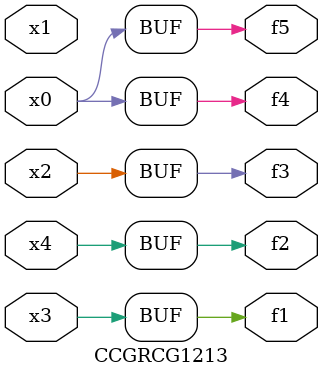
<source format=v>
module CCGRCG1213(
	input x0, x1, x2, x3, x4,
	output f1, f2, f3, f4, f5
);
	assign f1 = x3;
	assign f2 = x4;
	assign f3 = x2;
	assign f4 = x0;
	assign f5 = x0;
endmodule

</source>
